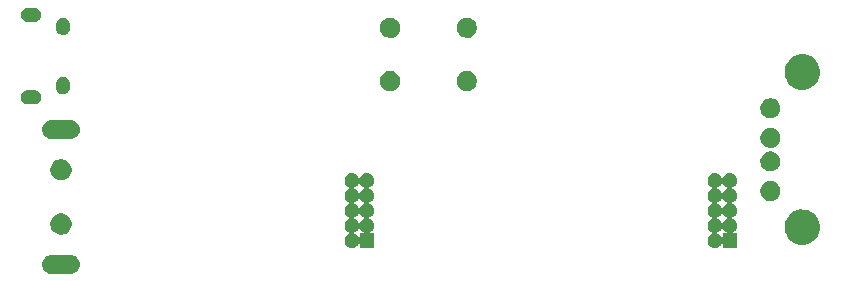
<source format=gbs>
G04 #@! TF.FileFunction,Soldermask,Bot*
%FSLAX46Y46*%
G04 Gerber Fmt 4.6, Leading zero omitted, Abs format (unit mm)*
G04 Created by KiCad (PCBNEW (2015-10-16 BZR 6271)-product) date Sun 01 Nov 2015 17:02:17 NZDT*
%MOMM*%
G01*
G04 APERTURE LIST*
%ADD10C,0.100000*%
G04 APERTURE END LIST*
D10*
G36*
X5131668Y3608959D02*
X5136912Y3608922D01*
X5292071Y3591518D01*
X5440896Y3544308D01*
X5577716Y3469091D01*
X5697320Y3368731D01*
X5795153Y3247051D01*
X5867489Y3108685D01*
X5911572Y2958905D01*
X5911576Y2958866D01*
X5911578Y2958858D01*
X5925725Y2803417D01*
X5909410Y2648186D01*
X5909406Y2648172D01*
X5909402Y2648138D01*
X5863233Y2498988D01*
X5788972Y2361646D01*
X5689449Y2241343D01*
X5568455Y2142663D01*
X5430598Y2069363D01*
X5281129Y2024236D01*
X5125742Y2009000D01*
X3510223Y2009000D01*
X3504332Y2009041D01*
X3499088Y2009078D01*
X3343929Y2026482D01*
X3195104Y2073692D01*
X3058284Y2148909D01*
X2938680Y2249269D01*
X2840847Y2370949D01*
X2768511Y2509315D01*
X2724428Y2659095D01*
X2724424Y2659134D01*
X2724422Y2659142D01*
X2710275Y2814583D01*
X2726590Y2969814D01*
X2726594Y2969828D01*
X2726598Y2969862D01*
X2772767Y3119012D01*
X2847028Y3256354D01*
X2946551Y3376657D01*
X3067545Y3475337D01*
X3205402Y3548637D01*
X3354871Y3593764D01*
X3510258Y3609000D01*
X5125777Y3609000D01*
X5131668Y3608959D01*
X5131668Y3608959D01*
G37*
G36*
X30291646Y10530585D02*
X30411714Y10505939D01*
X30524703Y10458443D01*
X30626318Y10389903D01*
X30712686Y10302929D01*
X30780516Y10200838D01*
X30827220Y10087523D01*
X30850961Y9967628D01*
X30850961Y9967618D01*
X30851027Y9967284D01*
X30849072Y9827288D01*
X30848996Y9826954D01*
X30848996Y9826943D01*
X30821919Y9707765D01*
X30772066Y9595792D01*
X30701414Y9495636D01*
X30612648Y9411106D01*
X30509165Y9345433D01*
X30438387Y9317981D01*
X30426116Y9311099D01*
X30416248Y9301070D01*
X30409565Y9288689D01*
X30406596Y9274936D01*
X30407575Y9260901D01*
X30412426Y9247694D01*
X30420765Y9236361D01*
X30437092Y9225272D01*
X30524703Y9188443D01*
X30626318Y9119903D01*
X30712686Y9032929D01*
X30780516Y8930838D01*
X30827220Y8817523D01*
X30850961Y8697628D01*
X30850961Y8697618D01*
X30851027Y8697284D01*
X30849072Y8557288D01*
X30848996Y8556954D01*
X30848996Y8556943D01*
X30821919Y8437765D01*
X30772066Y8325792D01*
X30701414Y8225636D01*
X30612648Y8141106D01*
X30509165Y8075433D01*
X30438387Y8047981D01*
X30426116Y8041099D01*
X30416248Y8031070D01*
X30409565Y8018689D01*
X30406596Y8004936D01*
X30407575Y7990901D01*
X30412426Y7977694D01*
X30420765Y7966361D01*
X30437092Y7955272D01*
X30524703Y7918443D01*
X30626318Y7849903D01*
X30712686Y7762929D01*
X30780516Y7660838D01*
X30827220Y7547523D01*
X30850961Y7427628D01*
X30850961Y7427618D01*
X30851027Y7427284D01*
X30849072Y7287288D01*
X30848996Y7286954D01*
X30848996Y7286943D01*
X30821919Y7167765D01*
X30772066Y7055792D01*
X30701414Y6955636D01*
X30612648Y6871106D01*
X30509165Y6805433D01*
X30438387Y6777981D01*
X30426116Y6771099D01*
X30416248Y6761070D01*
X30409565Y6748689D01*
X30406596Y6734936D01*
X30407575Y6720901D01*
X30412426Y6707694D01*
X30420765Y6696361D01*
X30437092Y6685272D01*
X30524703Y6648443D01*
X30626318Y6579903D01*
X30712686Y6492929D01*
X30780516Y6390838D01*
X30827220Y6277523D01*
X30850961Y6157628D01*
X30850961Y6157618D01*
X30851027Y6157284D01*
X30849072Y6017288D01*
X30848996Y6016954D01*
X30848996Y6016943D01*
X30821919Y5897765D01*
X30772066Y5785792D01*
X30701414Y5685636D01*
X30612648Y5601106D01*
X30521429Y5543216D01*
X30510728Y5534081D01*
X30502996Y5522326D01*
X30498845Y5508883D01*
X30498604Y5494815D01*
X30502291Y5481238D01*
X30509615Y5469225D01*
X30519996Y5459728D01*
X30532612Y5453499D01*
X30548220Y5451000D01*
X30851000Y5451000D01*
X30851000Y4201000D01*
X29601000Y4201000D01*
X29601000Y4502770D01*
X29599020Y4516700D01*
X29593239Y4529526D01*
X29584112Y4540234D01*
X29572364Y4547976D01*
X29558924Y4552138D01*
X29544857Y4552391D01*
X29531276Y4548715D01*
X29519257Y4541401D01*
X29509751Y4531028D01*
X29505323Y4523107D01*
X29502066Y4515792D01*
X29431414Y4415636D01*
X29342648Y4331106D01*
X29239164Y4265433D01*
X29124889Y4221109D01*
X29004183Y4199825D01*
X28881642Y4202391D01*
X28761925Y4228713D01*
X28649612Y4277781D01*
X28548963Y4347734D01*
X28463818Y4435905D01*
X28397424Y4538928D01*
X28352303Y4652891D01*
X28330176Y4773451D01*
X28331888Y4896007D01*
X28357370Y5015894D01*
X28405657Y5128554D01*
X28474904Y5229687D01*
X28562478Y5315446D01*
X28665038Y5382560D01*
X28743219Y5414147D01*
X28755393Y5421200D01*
X28765120Y5431366D01*
X28771629Y5443839D01*
X28774406Y5457632D01*
X28773794Y5464936D01*
X29136596Y5464936D01*
X29137575Y5450901D01*
X29142426Y5437694D01*
X29150765Y5426361D01*
X29167092Y5415272D01*
X29254703Y5378443D01*
X29356318Y5309903D01*
X29442686Y5222929D01*
X29509354Y5122586D01*
X29518711Y5112080D01*
X29530625Y5104596D01*
X29544153Y5100727D01*
X29558222Y5100780D01*
X29571720Y5104751D01*
X29583577Y5112325D01*
X29592854Y5122903D01*
X29598818Y5135646D01*
X29601000Y5150256D01*
X29601000Y5451000D01*
X29901801Y5451000D01*
X29915731Y5452980D01*
X29928557Y5458761D01*
X29939265Y5467888D01*
X29947007Y5479636D01*
X29951169Y5493076D01*
X29951422Y5507143D01*
X29947746Y5520724D01*
X29940432Y5532743D01*
X29930059Y5542249D01*
X29921818Y5546819D01*
X29919608Y5547784D01*
X29818963Y5617734D01*
X29733818Y5705905D01*
X29667424Y5808928D01*
X29638226Y5882674D01*
X29631257Y5894897D01*
X29621160Y5904695D01*
X29608732Y5911291D01*
X29594959Y5914164D01*
X29580931Y5913086D01*
X29567758Y5908143D01*
X29556484Y5899726D01*
X29546060Y5884605D01*
X29502066Y5785792D01*
X29431414Y5685636D01*
X29342648Y5601106D01*
X29239165Y5535433D01*
X29168387Y5507981D01*
X29156116Y5501099D01*
X29146248Y5491070D01*
X29139565Y5478689D01*
X29136596Y5464936D01*
X28773794Y5464936D01*
X28773231Y5471653D01*
X28768196Y5484790D01*
X28759700Y5496005D01*
X28744506Y5506324D01*
X28649612Y5547782D01*
X28548963Y5617734D01*
X28463818Y5705905D01*
X28397424Y5808928D01*
X28352303Y5922891D01*
X28330176Y6043451D01*
X28331888Y6166007D01*
X28357370Y6285894D01*
X28405657Y6398554D01*
X28474904Y6499687D01*
X28562478Y6585446D01*
X28665038Y6652560D01*
X28743219Y6684147D01*
X28755393Y6691200D01*
X28765120Y6701366D01*
X28771629Y6713839D01*
X28774406Y6727632D01*
X28773794Y6734936D01*
X29136596Y6734936D01*
X29137575Y6720901D01*
X29142426Y6707694D01*
X29150765Y6696361D01*
X29167092Y6685272D01*
X29254703Y6648443D01*
X29356318Y6579903D01*
X29442686Y6492929D01*
X29510515Y6390839D01*
X29544525Y6308325D01*
X29551663Y6296201D01*
X29561897Y6286546D01*
X29574415Y6280123D01*
X29588227Y6277443D01*
X29602239Y6278716D01*
X29615341Y6283843D01*
X29626496Y6292417D01*
X29636709Y6307682D01*
X29675657Y6398554D01*
X29744904Y6499687D01*
X29832478Y6585446D01*
X29935038Y6652560D01*
X30013219Y6684147D01*
X30025393Y6691200D01*
X30035120Y6701366D01*
X30041629Y6713839D01*
X30044406Y6727632D01*
X30043231Y6741653D01*
X30038196Y6754790D01*
X30029700Y6766005D01*
X30014506Y6776324D01*
X29919612Y6817782D01*
X29818963Y6887734D01*
X29733818Y6975905D01*
X29667424Y7078928D01*
X29638226Y7152674D01*
X29631257Y7164897D01*
X29621160Y7174695D01*
X29608732Y7181291D01*
X29594959Y7184164D01*
X29580931Y7183086D01*
X29567758Y7178143D01*
X29556484Y7169726D01*
X29546060Y7154605D01*
X29502066Y7055792D01*
X29431414Y6955636D01*
X29342648Y6871106D01*
X29239165Y6805433D01*
X29168387Y6777981D01*
X29156116Y6771099D01*
X29146248Y6761070D01*
X29139565Y6748689D01*
X29136596Y6734936D01*
X28773794Y6734936D01*
X28773231Y6741653D01*
X28768196Y6754790D01*
X28759700Y6766005D01*
X28744506Y6776324D01*
X28649612Y6817782D01*
X28548963Y6887734D01*
X28463818Y6975905D01*
X28397424Y7078928D01*
X28352303Y7192891D01*
X28330176Y7313451D01*
X28331888Y7436007D01*
X28357370Y7555894D01*
X28405657Y7668554D01*
X28474904Y7769687D01*
X28562478Y7855446D01*
X28665038Y7922560D01*
X28743219Y7954147D01*
X28755393Y7961200D01*
X28765120Y7971366D01*
X28771629Y7983839D01*
X28774406Y7997632D01*
X28773794Y8004936D01*
X29136596Y8004936D01*
X29137575Y7990901D01*
X29142426Y7977694D01*
X29150765Y7966361D01*
X29167092Y7955272D01*
X29254703Y7918443D01*
X29356318Y7849903D01*
X29442686Y7762929D01*
X29510515Y7660839D01*
X29544525Y7578325D01*
X29551663Y7566201D01*
X29561897Y7556546D01*
X29574415Y7550123D01*
X29588227Y7547443D01*
X29602239Y7548716D01*
X29615341Y7553843D01*
X29626496Y7562417D01*
X29636709Y7577682D01*
X29675657Y7668554D01*
X29744904Y7769687D01*
X29832478Y7855446D01*
X29935038Y7922560D01*
X30013219Y7954147D01*
X30025393Y7961200D01*
X30035120Y7971366D01*
X30041629Y7983839D01*
X30044406Y7997632D01*
X30043231Y8011653D01*
X30038196Y8024790D01*
X30029700Y8036005D01*
X30014506Y8046324D01*
X29919612Y8087782D01*
X29818963Y8157734D01*
X29733818Y8245905D01*
X29667424Y8348928D01*
X29638226Y8422674D01*
X29631257Y8434897D01*
X29621160Y8444695D01*
X29608732Y8451291D01*
X29594959Y8454164D01*
X29580931Y8453086D01*
X29567758Y8448143D01*
X29556484Y8439726D01*
X29546060Y8424605D01*
X29502066Y8325792D01*
X29431414Y8225636D01*
X29342648Y8141106D01*
X29239165Y8075433D01*
X29168387Y8047981D01*
X29156116Y8041099D01*
X29146248Y8031070D01*
X29139565Y8018689D01*
X29136596Y8004936D01*
X28773794Y8004936D01*
X28773231Y8011653D01*
X28768196Y8024790D01*
X28759700Y8036005D01*
X28744506Y8046324D01*
X28649612Y8087782D01*
X28548963Y8157734D01*
X28463818Y8245905D01*
X28397424Y8348928D01*
X28352303Y8462891D01*
X28330176Y8583451D01*
X28331888Y8706007D01*
X28357370Y8825894D01*
X28405657Y8938554D01*
X28474904Y9039687D01*
X28562478Y9125446D01*
X28665038Y9192560D01*
X28743219Y9224147D01*
X28755393Y9231200D01*
X28765120Y9241366D01*
X28771629Y9253839D01*
X28774406Y9267632D01*
X28773794Y9274936D01*
X29136596Y9274936D01*
X29137575Y9260901D01*
X29142426Y9247694D01*
X29150765Y9236361D01*
X29167092Y9225272D01*
X29254703Y9188443D01*
X29356318Y9119903D01*
X29442686Y9032929D01*
X29510515Y8930839D01*
X29544525Y8848325D01*
X29551663Y8836201D01*
X29561897Y8826546D01*
X29574415Y8820123D01*
X29588227Y8817443D01*
X29602239Y8818716D01*
X29615341Y8823843D01*
X29626496Y8832417D01*
X29636709Y8847682D01*
X29675657Y8938554D01*
X29744904Y9039687D01*
X29832478Y9125446D01*
X29935038Y9192560D01*
X30013219Y9224147D01*
X30025393Y9231200D01*
X30035120Y9241366D01*
X30041629Y9253839D01*
X30044406Y9267632D01*
X30043231Y9281653D01*
X30038196Y9294790D01*
X30029700Y9306005D01*
X30014506Y9316324D01*
X29919612Y9357782D01*
X29818963Y9427734D01*
X29733818Y9515905D01*
X29667424Y9618928D01*
X29638226Y9692674D01*
X29631257Y9704897D01*
X29621160Y9714695D01*
X29608732Y9721291D01*
X29594959Y9724164D01*
X29580931Y9723086D01*
X29567758Y9718143D01*
X29556484Y9709726D01*
X29546060Y9694605D01*
X29502066Y9595792D01*
X29431414Y9495636D01*
X29342648Y9411106D01*
X29239165Y9345433D01*
X29168387Y9317981D01*
X29156116Y9311099D01*
X29146248Y9301070D01*
X29139565Y9288689D01*
X29136596Y9274936D01*
X28773794Y9274936D01*
X28773231Y9281653D01*
X28768196Y9294790D01*
X28759700Y9306005D01*
X28744506Y9316324D01*
X28649612Y9357782D01*
X28548963Y9427734D01*
X28463818Y9515905D01*
X28397424Y9618928D01*
X28352303Y9732891D01*
X28330176Y9853451D01*
X28331888Y9976007D01*
X28357370Y10095894D01*
X28405657Y10208554D01*
X28474904Y10309687D01*
X28562478Y10395446D01*
X28665038Y10462560D01*
X28778682Y10508475D01*
X28899077Y10531442D01*
X29021646Y10530585D01*
X29141714Y10505939D01*
X29254703Y10458443D01*
X29356318Y10389903D01*
X29442686Y10302929D01*
X29510515Y10200839D01*
X29544525Y10118325D01*
X29551663Y10106201D01*
X29561897Y10096546D01*
X29574415Y10090123D01*
X29588227Y10087443D01*
X29602239Y10088716D01*
X29615341Y10093843D01*
X29626496Y10102417D01*
X29636709Y10117682D01*
X29675657Y10208554D01*
X29744904Y10309687D01*
X29832478Y10395446D01*
X29935038Y10462560D01*
X30048682Y10508475D01*
X30169077Y10531442D01*
X30291646Y10530585D01*
X30291646Y10530585D01*
G37*
G36*
X61025646Y10530585D02*
X61145714Y10505939D01*
X61258703Y10458443D01*
X61360318Y10389903D01*
X61446686Y10302929D01*
X61514516Y10200838D01*
X61561220Y10087523D01*
X61584961Y9967628D01*
X61584961Y9967618D01*
X61585027Y9967284D01*
X61583072Y9827288D01*
X61582996Y9826954D01*
X61582996Y9826943D01*
X61555919Y9707765D01*
X61506066Y9595792D01*
X61435414Y9495636D01*
X61346648Y9411106D01*
X61243165Y9345433D01*
X61172387Y9317981D01*
X61160116Y9311099D01*
X61150248Y9301070D01*
X61143565Y9288689D01*
X61140596Y9274936D01*
X61141575Y9260901D01*
X61146426Y9247694D01*
X61154765Y9236361D01*
X61171092Y9225272D01*
X61258703Y9188443D01*
X61360318Y9119903D01*
X61446686Y9032929D01*
X61514516Y8930838D01*
X61561220Y8817523D01*
X61584961Y8697628D01*
X61584961Y8697618D01*
X61585027Y8697284D01*
X61583072Y8557288D01*
X61582996Y8556954D01*
X61582996Y8556943D01*
X61555919Y8437765D01*
X61506066Y8325792D01*
X61435414Y8225636D01*
X61346648Y8141106D01*
X61243165Y8075433D01*
X61172387Y8047981D01*
X61160116Y8041099D01*
X61150248Y8031070D01*
X61143565Y8018689D01*
X61140596Y8004936D01*
X61141575Y7990901D01*
X61146426Y7977694D01*
X61154765Y7966361D01*
X61171092Y7955272D01*
X61258703Y7918443D01*
X61360318Y7849903D01*
X61446686Y7762929D01*
X61514516Y7660838D01*
X61561220Y7547523D01*
X61584961Y7427628D01*
X61584961Y7427618D01*
X61585027Y7427284D01*
X61583072Y7287288D01*
X61582996Y7286954D01*
X61582996Y7286943D01*
X61555919Y7167765D01*
X61506066Y7055792D01*
X61435414Y6955636D01*
X61346648Y6871106D01*
X61243165Y6805433D01*
X61172387Y6777981D01*
X61160116Y6771099D01*
X61150248Y6761070D01*
X61143565Y6748689D01*
X61140596Y6734936D01*
X61141575Y6720901D01*
X61146426Y6707694D01*
X61154765Y6696361D01*
X61171092Y6685272D01*
X61258703Y6648443D01*
X61360318Y6579903D01*
X61446686Y6492929D01*
X61514516Y6390838D01*
X61561220Y6277523D01*
X61584961Y6157628D01*
X61584961Y6157618D01*
X61585027Y6157284D01*
X61583072Y6017288D01*
X61582996Y6016954D01*
X61582996Y6016943D01*
X61555919Y5897765D01*
X61506066Y5785792D01*
X61435414Y5685636D01*
X61346648Y5601106D01*
X61255429Y5543216D01*
X61244728Y5534081D01*
X61236996Y5522326D01*
X61232845Y5508883D01*
X61232604Y5494815D01*
X61236291Y5481238D01*
X61243615Y5469225D01*
X61253996Y5459728D01*
X61266612Y5453499D01*
X61282220Y5451000D01*
X61585000Y5451000D01*
X61585000Y4201000D01*
X60335000Y4201000D01*
X60335000Y4502770D01*
X60333020Y4516700D01*
X60327239Y4529526D01*
X60318112Y4540234D01*
X60306364Y4547976D01*
X60292924Y4552138D01*
X60278857Y4552391D01*
X60265276Y4548715D01*
X60253257Y4541401D01*
X60243751Y4531028D01*
X60239323Y4523107D01*
X60236066Y4515792D01*
X60165414Y4415636D01*
X60076648Y4331106D01*
X59973164Y4265433D01*
X59858889Y4221109D01*
X59738183Y4199825D01*
X59615642Y4202391D01*
X59495925Y4228713D01*
X59383612Y4277781D01*
X59282963Y4347734D01*
X59197818Y4435905D01*
X59131424Y4538928D01*
X59086303Y4652891D01*
X59064176Y4773451D01*
X59065888Y4896007D01*
X59091370Y5015894D01*
X59139657Y5128554D01*
X59208904Y5229687D01*
X59296478Y5315446D01*
X59399038Y5382560D01*
X59477219Y5414147D01*
X59489393Y5421200D01*
X59499120Y5431366D01*
X59505629Y5443839D01*
X59508406Y5457632D01*
X59507794Y5464936D01*
X59870596Y5464936D01*
X59871575Y5450901D01*
X59876426Y5437694D01*
X59884765Y5426361D01*
X59901092Y5415272D01*
X59988703Y5378443D01*
X60090318Y5309903D01*
X60176686Y5222929D01*
X60243354Y5122586D01*
X60252711Y5112080D01*
X60264625Y5104596D01*
X60278153Y5100727D01*
X60292222Y5100780D01*
X60305720Y5104751D01*
X60317577Y5112325D01*
X60326854Y5122903D01*
X60332818Y5135646D01*
X60335000Y5150256D01*
X60335000Y5451000D01*
X60635801Y5451000D01*
X60649731Y5452980D01*
X60662557Y5458761D01*
X60673265Y5467888D01*
X60681007Y5479636D01*
X60685169Y5493076D01*
X60685422Y5507143D01*
X60681746Y5520724D01*
X60674432Y5532743D01*
X60664059Y5542249D01*
X60655818Y5546819D01*
X60653608Y5547784D01*
X60552963Y5617734D01*
X60467818Y5705905D01*
X60401424Y5808928D01*
X60372226Y5882674D01*
X60365257Y5894897D01*
X60355160Y5904695D01*
X60342732Y5911291D01*
X60328959Y5914164D01*
X60314931Y5913086D01*
X60301758Y5908143D01*
X60290484Y5899726D01*
X60280060Y5884605D01*
X60236066Y5785792D01*
X60165414Y5685636D01*
X60076648Y5601106D01*
X59973165Y5535433D01*
X59902387Y5507981D01*
X59890116Y5501099D01*
X59880248Y5491070D01*
X59873565Y5478689D01*
X59870596Y5464936D01*
X59507794Y5464936D01*
X59507231Y5471653D01*
X59502196Y5484790D01*
X59493700Y5496005D01*
X59478506Y5506324D01*
X59383612Y5547782D01*
X59282963Y5617734D01*
X59197818Y5705905D01*
X59131424Y5808928D01*
X59086303Y5922891D01*
X59064176Y6043451D01*
X59065888Y6166007D01*
X59091370Y6285894D01*
X59139657Y6398554D01*
X59208904Y6499687D01*
X59296478Y6585446D01*
X59399038Y6652560D01*
X59477219Y6684147D01*
X59489393Y6691200D01*
X59499120Y6701366D01*
X59505629Y6713839D01*
X59508406Y6727632D01*
X59507794Y6734936D01*
X59870596Y6734936D01*
X59871575Y6720901D01*
X59876426Y6707694D01*
X59884765Y6696361D01*
X59901092Y6685272D01*
X59988703Y6648443D01*
X60090318Y6579903D01*
X60176686Y6492929D01*
X60244515Y6390839D01*
X60278525Y6308325D01*
X60285663Y6296201D01*
X60295897Y6286546D01*
X60308415Y6280123D01*
X60322227Y6277443D01*
X60336239Y6278716D01*
X60349341Y6283843D01*
X60360496Y6292417D01*
X60370709Y6307682D01*
X60409657Y6398554D01*
X60478904Y6499687D01*
X60566478Y6585446D01*
X60669038Y6652560D01*
X60747219Y6684147D01*
X60759393Y6691200D01*
X60769120Y6701366D01*
X60775629Y6713839D01*
X60778406Y6727632D01*
X60777231Y6741653D01*
X60772196Y6754790D01*
X60763700Y6766005D01*
X60748506Y6776324D01*
X60653612Y6817782D01*
X60552963Y6887734D01*
X60467818Y6975905D01*
X60401424Y7078928D01*
X60372226Y7152674D01*
X60365257Y7164897D01*
X60355160Y7174695D01*
X60342732Y7181291D01*
X60328959Y7184164D01*
X60314931Y7183086D01*
X60301758Y7178143D01*
X60290484Y7169726D01*
X60280060Y7154605D01*
X60236066Y7055792D01*
X60165414Y6955636D01*
X60076648Y6871106D01*
X59973165Y6805433D01*
X59902387Y6777981D01*
X59890116Y6771099D01*
X59880248Y6761070D01*
X59873565Y6748689D01*
X59870596Y6734936D01*
X59507794Y6734936D01*
X59507231Y6741653D01*
X59502196Y6754790D01*
X59493700Y6766005D01*
X59478506Y6776324D01*
X59383612Y6817782D01*
X59282963Y6887734D01*
X59197818Y6975905D01*
X59131424Y7078928D01*
X59086303Y7192891D01*
X59064176Y7313451D01*
X59065888Y7436007D01*
X59091370Y7555894D01*
X59139657Y7668554D01*
X59208904Y7769687D01*
X59296478Y7855446D01*
X59399038Y7922560D01*
X59477219Y7954147D01*
X59489393Y7961200D01*
X59499120Y7971366D01*
X59505629Y7983839D01*
X59508406Y7997632D01*
X59507794Y8004936D01*
X59870596Y8004936D01*
X59871575Y7990901D01*
X59876426Y7977694D01*
X59884765Y7966361D01*
X59901092Y7955272D01*
X59988703Y7918443D01*
X60090318Y7849903D01*
X60176686Y7762929D01*
X60244515Y7660839D01*
X60278525Y7578325D01*
X60285663Y7566201D01*
X60295897Y7556546D01*
X60308415Y7550123D01*
X60322227Y7547443D01*
X60336239Y7548716D01*
X60349341Y7553843D01*
X60360496Y7562417D01*
X60370709Y7577682D01*
X60409657Y7668554D01*
X60478904Y7769687D01*
X60566478Y7855446D01*
X60669038Y7922560D01*
X60747219Y7954147D01*
X60759393Y7961200D01*
X60769120Y7971366D01*
X60775629Y7983839D01*
X60778406Y7997632D01*
X60777231Y8011653D01*
X60772196Y8024790D01*
X60763700Y8036005D01*
X60748506Y8046324D01*
X60653612Y8087782D01*
X60552963Y8157734D01*
X60467818Y8245905D01*
X60401424Y8348928D01*
X60372226Y8422674D01*
X60365257Y8434897D01*
X60355160Y8444695D01*
X60342732Y8451291D01*
X60328959Y8454164D01*
X60314931Y8453086D01*
X60301758Y8448143D01*
X60290484Y8439726D01*
X60280060Y8424605D01*
X60236066Y8325792D01*
X60165414Y8225636D01*
X60076648Y8141106D01*
X59973165Y8075433D01*
X59902387Y8047981D01*
X59890116Y8041099D01*
X59880248Y8031070D01*
X59873565Y8018689D01*
X59870596Y8004936D01*
X59507794Y8004936D01*
X59507231Y8011653D01*
X59502196Y8024790D01*
X59493700Y8036005D01*
X59478506Y8046324D01*
X59383612Y8087782D01*
X59282963Y8157734D01*
X59197818Y8245905D01*
X59131424Y8348928D01*
X59086303Y8462891D01*
X59064176Y8583451D01*
X59065888Y8706007D01*
X59091370Y8825894D01*
X59139657Y8938554D01*
X59208904Y9039687D01*
X59296478Y9125446D01*
X59399038Y9192560D01*
X59477219Y9224147D01*
X59489393Y9231200D01*
X59499120Y9241366D01*
X59505629Y9253839D01*
X59508406Y9267632D01*
X59507794Y9274936D01*
X59870596Y9274936D01*
X59871575Y9260901D01*
X59876426Y9247694D01*
X59884765Y9236361D01*
X59901092Y9225272D01*
X59988703Y9188443D01*
X60090318Y9119903D01*
X60176686Y9032929D01*
X60244515Y8930839D01*
X60278525Y8848325D01*
X60285663Y8836201D01*
X60295897Y8826546D01*
X60308415Y8820123D01*
X60322227Y8817443D01*
X60336239Y8818716D01*
X60349341Y8823843D01*
X60360496Y8832417D01*
X60370709Y8847682D01*
X60409657Y8938554D01*
X60478904Y9039687D01*
X60566478Y9125446D01*
X60669038Y9192560D01*
X60747219Y9224147D01*
X60759393Y9231200D01*
X60769120Y9241366D01*
X60775629Y9253839D01*
X60778406Y9267632D01*
X60777231Y9281653D01*
X60772196Y9294790D01*
X60763700Y9306005D01*
X60748506Y9316324D01*
X60653612Y9357782D01*
X60552963Y9427734D01*
X60467818Y9515905D01*
X60401424Y9618928D01*
X60372226Y9692674D01*
X60365257Y9704897D01*
X60355160Y9714695D01*
X60342732Y9721291D01*
X60328959Y9724164D01*
X60314931Y9723086D01*
X60301758Y9718143D01*
X60290484Y9709726D01*
X60280060Y9694605D01*
X60236066Y9595792D01*
X60165414Y9495636D01*
X60076648Y9411106D01*
X59973165Y9345433D01*
X59902387Y9317981D01*
X59890116Y9311099D01*
X59880248Y9301070D01*
X59873565Y9288689D01*
X59870596Y9274936D01*
X59507794Y9274936D01*
X59507231Y9281653D01*
X59502196Y9294790D01*
X59493700Y9306005D01*
X59478506Y9316324D01*
X59383612Y9357782D01*
X59282963Y9427734D01*
X59197818Y9515905D01*
X59131424Y9618928D01*
X59086303Y9732891D01*
X59064176Y9853451D01*
X59065888Y9976007D01*
X59091370Y10095894D01*
X59139657Y10208554D01*
X59208904Y10309687D01*
X59296478Y10395446D01*
X59399038Y10462560D01*
X59512682Y10508475D01*
X59633077Y10531442D01*
X59755646Y10530585D01*
X59875714Y10505939D01*
X59988703Y10458443D01*
X60090318Y10389903D01*
X60176686Y10302929D01*
X60244515Y10200839D01*
X60278525Y10118325D01*
X60285663Y10106201D01*
X60295897Y10096546D01*
X60308415Y10090123D01*
X60322227Y10087443D01*
X60336239Y10088716D01*
X60349341Y10093843D01*
X60360496Y10102417D01*
X60370709Y10117682D01*
X60409657Y10208554D01*
X60478904Y10309687D01*
X60566478Y10395446D01*
X60669038Y10462560D01*
X60782682Y10508475D01*
X60903077Y10531442D01*
X61025646Y10530585D01*
X61025646Y10530585D01*
G37*
G36*
X67256551Y7446003D02*
X67544710Y7386852D01*
X67815888Y7272860D01*
X68059766Y7108362D01*
X68267042Y6899634D01*
X68429834Y6654613D01*
X68541928Y6382650D01*
X68598999Y6094426D01*
X68598999Y6094412D01*
X68599064Y6094083D01*
X68594373Y5758090D01*
X68594297Y5757756D01*
X68594297Y5757745D01*
X68529203Y5471236D01*
X68409554Y5202500D01*
X68239992Y4962128D01*
X68026959Y4759260D01*
X67778591Y4601642D01*
X67504332Y4495262D01*
X67214638Y4444182D01*
X66920537Y4450342D01*
X66633229Y4513511D01*
X66363672Y4631278D01*
X66122112Y4799166D01*
X65917768Y5010770D01*
X65758419Y5258032D01*
X65650129Y5531541D01*
X65597025Y5820879D01*
X65601133Y6115014D01*
X65662293Y6402748D01*
X65778178Y6673128D01*
X65944372Y6915848D01*
X66154547Y7121667D01*
X66400692Y7282740D01*
X66673438Y7392937D01*
X66962390Y7448057D01*
X67256551Y7446003D01*
X67256551Y7446003D01*
G37*
G36*
X4412531Y7108403D02*
X4585427Y7072912D01*
X4748132Y7004517D01*
X4894458Y6905820D01*
X5018828Y6780578D01*
X5116502Y6633567D01*
X5183757Y6470392D01*
X5217973Y6297593D01*
X5217973Y6297584D01*
X5218039Y6297250D01*
X5215224Y6095654D01*
X5215148Y6095320D01*
X5215148Y6095309D01*
X5176123Y5923541D01*
X5104334Y5762301D01*
X5002592Y5618073D01*
X4874778Y5496356D01*
X4725755Y5401784D01*
X4561199Y5337957D01*
X4387383Y5307308D01*
X4210923Y5311004D01*
X4038536Y5348906D01*
X3876800Y5419567D01*
X3731869Y5520297D01*
X3609260Y5647262D01*
X3513651Y5795618D01*
X3448676Y5959723D01*
X3416814Y6133328D01*
X3419279Y6309809D01*
X3455974Y6482448D01*
X3525506Y6644678D01*
X3625222Y6790309D01*
X3751328Y6913802D01*
X3899015Y7010445D01*
X4062663Y7076563D01*
X4236032Y7109635D01*
X4412531Y7108403D01*
X4412531Y7108403D01*
G37*
G36*
X64478339Y9867005D02*
X64641739Y9833463D01*
X64795508Y9768825D01*
X64933797Y9675548D01*
X65051336Y9557185D01*
X65143645Y9418250D01*
X65207208Y9264034D01*
X65239540Y9100746D01*
X65239540Y9100742D01*
X65239607Y9100403D01*
X65236947Y8909879D01*
X65228088Y8870888D01*
X65199992Y8747216D01*
X65132146Y8594835D01*
X65035995Y8458531D01*
X64915195Y8343495D01*
X64774360Y8254119D01*
X64618842Y8193796D01*
X64454573Y8164832D01*
X64287804Y8168325D01*
X64124885Y8204145D01*
X63972036Y8270923D01*
X63835058Y8366125D01*
X63719188Y8486113D01*
X63628827Y8626324D01*
X63567422Y8781414D01*
X63537310Y8945485D01*
X63539640Y9112273D01*
X63574319Y9275429D01*
X63640032Y9428749D01*
X63734272Y9566382D01*
X63853451Y9683092D01*
X63993027Y9774428D01*
X64147687Y9836914D01*
X64311534Y9868170D01*
X64478339Y9867005D01*
X64478339Y9867005D01*
G37*
G36*
X4412531Y11708403D02*
X4585427Y11672912D01*
X4748132Y11604517D01*
X4894458Y11505820D01*
X5018828Y11380578D01*
X5116502Y11233567D01*
X5183757Y11070392D01*
X5217973Y10897593D01*
X5217973Y10897584D01*
X5218039Y10897250D01*
X5215224Y10695654D01*
X5215148Y10695320D01*
X5215148Y10695309D01*
X5176123Y10523541D01*
X5104334Y10362301D01*
X5002592Y10218073D01*
X4874778Y10096356D01*
X4725755Y10001784D01*
X4561199Y9937957D01*
X4387383Y9907308D01*
X4210923Y9911004D01*
X4038536Y9948906D01*
X3876800Y10019567D01*
X3731869Y10120297D01*
X3609260Y10247262D01*
X3513651Y10395618D01*
X3448676Y10559723D01*
X3416814Y10733328D01*
X3419279Y10909809D01*
X3455974Y11082448D01*
X3525506Y11244678D01*
X3625222Y11390309D01*
X3751328Y11513802D01*
X3899015Y11610445D01*
X4062663Y11676563D01*
X4236032Y11709635D01*
X4412531Y11708403D01*
X4412531Y11708403D01*
G37*
G36*
X64478339Y12367005D02*
X64641739Y12333463D01*
X64795508Y12268825D01*
X64933797Y12175548D01*
X65051336Y12057185D01*
X65143645Y11918250D01*
X65207208Y11764034D01*
X65239540Y11600746D01*
X65239540Y11600742D01*
X65239607Y11600403D01*
X65236947Y11409879D01*
X65230290Y11380579D01*
X65199992Y11247216D01*
X65132146Y11094835D01*
X65035995Y10958531D01*
X64915195Y10843495D01*
X64774360Y10754119D01*
X64618842Y10693796D01*
X64454573Y10664832D01*
X64287804Y10668325D01*
X64124885Y10704145D01*
X63972036Y10770923D01*
X63835058Y10866125D01*
X63719188Y10986113D01*
X63628827Y11126324D01*
X63567422Y11281414D01*
X63537310Y11445485D01*
X63539640Y11612273D01*
X63574319Y11775429D01*
X63640032Y11928749D01*
X63734272Y12066382D01*
X63853451Y12183092D01*
X63993027Y12274428D01*
X64147687Y12336914D01*
X64311534Y12368170D01*
X64478339Y12367005D01*
X64478339Y12367005D01*
G37*
G36*
X64478339Y14367005D02*
X64641739Y14333463D01*
X64795508Y14268825D01*
X64933797Y14175548D01*
X65051336Y14057185D01*
X65143645Y13918250D01*
X65207208Y13764034D01*
X65239540Y13600746D01*
X65239540Y13600742D01*
X65239607Y13600403D01*
X65236947Y13409879D01*
X65236747Y13409000D01*
X65199992Y13247216D01*
X65132146Y13094835D01*
X65035995Y12958531D01*
X64915195Y12843495D01*
X64774360Y12754119D01*
X64618842Y12693796D01*
X64454573Y12664832D01*
X64287804Y12668325D01*
X64124885Y12704145D01*
X63972036Y12770923D01*
X63835058Y12866125D01*
X63719188Y12986113D01*
X63628827Y13126324D01*
X63567422Y13281414D01*
X63537310Y13445485D01*
X63539640Y13612273D01*
X63574319Y13775429D01*
X63640032Y13928749D01*
X63734272Y14066382D01*
X63853451Y14183092D01*
X63993027Y14274428D01*
X64147687Y14336914D01*
X64311534Y14368170D01*
X64478339Y14367005D01*
X64478339Y14367005D01*
G37*
G36*
X5131668Y15008959D02*
X5136912Y15008922D01*
X5292071Y14991518D01*
X5440896Y14944308D01*
X5577716Y14869091D01*
X5697320Y14768731D01*
X5795153Y14647051D01*
X5867489Y14508685D01*
X5911572Y14358905D01*
X5911576Y14358866D01*
X5911578Y14358858D01*
X5925725Y14203417D01*
X5909410Y14048186D01*
X5909406Y14048172D01*
X5909402Y14048138D01*
X5863233Y13898988D01*
X5788972Y13761646D01*
X5689449Y13641343D01*
X5568455Y13542663D01*
X5430598Y13469363D01*
X5281129Y13424236D01*
X5125742Y13409000D01*
X3510223Y13409000D01*
X3504332Y13409041D01*
X3499088Y13409078D01*
X3343929Y13426482D01*
X3195104Y13473692D01*
X3058284Y13548909D01*
X2938680Y13649269D01*
X2840847Y13770949D01*
X2768511Y13909315D01*
X2724428Y14059095D01*
X2724424Y14059134D01*
X2724422Y14059142D01*
X2710275Y14214583D01*
X2726590Y14369814D01*
X2726594Y14369828D01*
X2726598Y14369862D01*
X2772767Y14519012D01*
X2847028Y14656354D01*
X2946551Y14776657D01*
X3067545Y14875337D01*
X3205402Y14948637D01*
X3354871Y14993764D01*
X3510258Y15009000D01*
X5125777Y15009000D01*
X5131668Y15008959D01*
X5131668Y15008959D01*
G37*
G36*
X64478339Y16867005D02*
X64641739Y16833463D01*
X64795508Y16768825D01*
X64933797Y16675548D01*
X65051336Y16557185D01*
X65143645Y16418250D01*
X65207208Y16264034D01*
X65239540Y16100746D01*
X65239540Y16100742D01*
X65239607Y16100403D01*
X65236947Y15909879D01*
X65228088Y15870888D01*
X65199992Y15747216D01*
X65132146Y15594835D01*
X65035995Y15458531D01*
X64915195Y15343495D01*
X64774360Y15254119D01*
X64618842Y15193796D01*
X64454573Y15164832D01*
X64287804Y15168325D01*
X64124885Y15204145D01*
X63972036Y15270923D01*
X63835058Y15366125D01*
X63719188Y15486113D01*
X63628827Y15626324D01*
X63567422Y15781414D01*
X63537310Y15945485D01*
X63539640Y16112273D01*
X63574319Y16275429D01*
X63640032Y16428749D01*
X63734272Y16566382D01*
X63853451Y16683092D01*
X63993027Y16774428D01*
X64147687Y16836914D01*
X64311534Y16868170D01*
X64478339Y16867005D01*
X64478339Y16867005D01*
G37*
G36*
X2068975Y17547857D02*
X2071151Y17547842D01*
X2187521Y17534789D01*
X2299139Y17499381D01*
X2401754Y17442968D01*
X2491458Y17367698D01*
X2564833Y17276438D01*
X2619084Y17172664D01*
X2652146Y17060329D01*
X2652149Y17060299D01*
X2652154Y17060281D01*
X2662762Y16943713D01*
X2650527Y16827303D01*
X2650523Y16827290D01*
X2650519Y16827253D01*
X2615892Y16715391D01*
X2560197Y16612384D01*
X2485555Y16522158D01*
X2394809Y16448147D01*
X2291416Y16393172D01*
X2179315Y16359327D01*
X2062774Y16347900D01*
X1504267Y16347900D01*
X1498105Y16347943D01*
X1495929Y16347958D01*
X1379559Y16361011D01*
X1267941Y16396419D01*
X1165326Y16452832D01*
X1075622Y16528102D01*
X1002247Y16619362D01*
X947996Y16723136D01*
X914934Y16835471D01*
X914931Y16835501D01*
X914926Y16835519D01*
X904318Y16952087D01*
X916553Y17068497D01*
X916557Y17068510D01*
X916561Y17068547D01*
X951188Y17180409D01*
X1006883Y17283416D01*
X1081525Y17373642D01*
X1172271Y17447653D01*
X1275664Y17502628D01*
X1387765Y17536473D01*
X1504306Y17547900D01*
X2062813Y17547900D01*
X2068975Y17547857D01*
X2068975Y17547857D01*
G37*
G36*
X4599110Y18664672D02*
X4599123Y18664668D01*
X4599160Y18664664D01*
X4706361Y18631479D01*
X4805076Y18578105D01*
X4891543Y18506573D01*
X4962470Y18419608D01*
X5015154Y18320523D01*
X5047589Y18213093D01*
X5058540Y18101408D01*
X5058540Y17794392D01*
X5058484Y17786364D01*
X5045975Y17674843D01*
X5012043Y17567875D01*
X4957980Y17469536D01*
X4885846Y17383570D01*
X4798389Y17313253D01*
X4698939Y17261261D01*
X4591284Y17229577D01*
X4591255Y17229574D01*
X4591237Y17229569D01*
X4479528Y17219403D01*
X4367970Y17231128D01*
X4367957Y17231132D01*
X4367920Y17231136D01*
X4260719Y17264321D01*
X4162004Y17317695D01*
X4075537Y17389227D01*
X4004610Y17476192D01*
X3951926Y17575277D01*
X3919491Y17682707D01*
X3908540Y17794392D01*
X3908540Y18101408D01*
X3908596Y18109436D01*
X3921105Y18220957D01*
X3955037Y18327925D01*
X4009100Y18426264D01*
X4081234Y18512230D01*
X4168691Y18582547D01*
X4268141Y18634539D01*
X4375796Y18666223D01*
X4375825Y18666226D01*
X4375843Y18666231D01*
X4487552Y18676397D01*
X4599110Y18664672D01*
X4599110Y18664672D01*
G37*
G36*
X32272279Y19173436D02*
X32435570Y19139917D01*
X32589236Y19075322D01*
X32727433Y18982108D01*
X32844893Y18863824D01*
X32937140Y18724982D01*
X33000661Y18570868D01*
X33032971Y18407691D01*
X33032971Y18407681D01*
X33033037Y18407347D01*
X33030378Y18216951D01*
X33030302Y18216617D01*
X33030302Y18216605D01*
X32993451Y18054401D01*
X32925649Y17902117D01*
X32829562Y17765905D01*
X32708843Y17650946D01*
X32568102Y17561630D01*
X32412688Y17501347D01*
X32248529Y17472402D01*
X32081872Y17475893D01*
X31919062Y17511689D01*
X31766315Y17578423D01*
X31629429Y17673561D01*
X31513634Y17793470D01*
X31423337Y17933583D01*
X31361972Y18088572D01*
X31331880Y18252533D01*
X31334208Y18419209D01*
X31368864Y18582256D01*
X31434534Y18735473D01*
X31528710Y18873014D01*
X31647810Y18989646D01*
X31787292Y19080921D01*
X31941848Y19143365D01*
X32105586Y19174600D01*
X32272279Y19173436D01*
X32272279Y19173436D01*
G37*
G36*
X38772279Y19173436D02*
X38935570Y19139917D01*
X39089236Y19075322D01*
X39227433Y18982108D01*
X39344893Y18863824D01*
X39437140Y18724982D01*
X39500661Y18570868D01*
X39532971Y18407691D01*
X39532971Y18407681D01*
X39533037Y18407347D01*
X39530378Y18216951D01*
X39530302Y18216617D01*
X39530302Y18216605D01*
X39493451Y18054401D01*
X39425649Y17902117D01*
X39329562Y17765905D01*
X39208843Y17650946D01*
X39068102Y17561630D01*
X38912688Y17501347D01*
X38748529Y17472402D01*
X38581872Y17475893D01*
X38419062Y17511689D01*
X38266315Y17578423D01*
X38129429Y17673561D01*
X38013634Y17793470D01*
X37923337Y17933583D01*
X37861972Y18088572D01*
X37831880Y18252533D01*
X37834208Y18419209D01*
X37868864Y18582256D01*
X37934534Y18735473D01*
X38028710Y18873014D01*
X38147810Y18989646D01*
X38287292Y19080921D01*
X38441848Y19143365D01*
X38605586Y19174600D01*
X38772279Y19173436D01*
X38772279Y19173436D01*
G37*
G36*
X67256551Y20586003D02*
X67544710Y20526852D01*
X67815888Y20412860D01*
X68059766Y20248362D01*
X68267042Y20039634D01*
X68429834Y19794613D01*
X68541928Y19522650D01*
X68598999Y19234426D01*
X68598999Y19234412D01*
X68599064Y19234083D01*
X68594373Y18898090D01*
X68594297Y18897756D01*
X68594297Y18897745D01*
X68529203Y18611236D01*
X68409554Y18342500D01*
X68239992Y18102128D01*
X68026959Y17899260D01*
X67778591Y17741642D01*
X67504332Y17635262D01*
X67214638Y17584182D01*
X66920537Y17590342D01*
X66633229Y17653511D01*
X66363672Y17771278D01*
X66122112Y17939166D01*
X65917768Y18150770D01*
X65758419Y18398032D01*
X65650129Y18671541D01*
X65597025Y18960879D01*
X65601133Y19255014D01*
X65662293Y19542748D01*
X65778178Y19813128D01*
X65944372Y20055848D01*
X66154547Y20261667D01*
X66400692Y20422740D01*
X66673438Y20532937D01*
X66962390Y20588057D01*
X67256551Y20586003D01*
X67256551Y20586003D01*
G37*
G36*
X32272279Y23673436D02*
X32435570Y23639917D01*
X32589236Y23575322D01*
X32727433Y23482108D01*
X32844893Y23363824D01*
X32937140Y23224982D01*
X33000661Y23070868D01*
X33032971Y22907691D01*
X33032971Y22907681D01*
X33033037Y22907347D01*
X33030378Y22716951D01*
X33030302Y22716617D01*
X33030302Y22716605D01*
X32993451Y22554401D01*
X32925649Y22402117D01*
X32829562Y22265905D01*
X32708843Y22150946D01*
X32568102Y22061630D01*
X32412688Y22001347D01*
X32248529Y21972402D01*
X32081872Y21975893D01*
X31919062Y22011689D01*
X31766315Y22078423D01*
X31629429Y22173561D01*
X31513634Y22293470D01*
X31423337Y22433583D01*
X31361972Y22588572D01*
X31331880Y22752533D01*
X31334208Y22919209D01*
X31368864Y23082256D01*
X31434534Y23235473D01*
X31528710Y23373014D01*
X31647810Y23489646D01*
X31787292Y23580921D01*
X31941848Y23643365D01*
X32105586Y23674600D01*
X32272279Y23673436D01*
X32272279Y23673436D01*
G37*
G36*
X38772279Y23673436D02*
X38935570Y23639917D01*
X39089236Y23575322D01*
X39227433Y23482108D01*
X39344893Y23363824D01*
X39437140Y23224982D01*
X39500661Y23070868D01*
X39532971Y22907691D01*
X39532971Y22907681D01*
X39533037Y22907347D01*
X39530378Y22716951D01*
X39530302Y22716617D01*
X39530302Y22716605D01*
X39493451Y22554401D01*
X39425649Y22402117D01*
X39329562Y22265905D01*
X39208843Y22150946D01*
X39068102Y22061630D01*
X38912688Y22001347D01*
X38748529Y21972402D01*
X38581872Y21975893D01*
X38419062Y22011689D01*
X38266315Y22078423D01*
X38129429Y22173561D01*
X38013634Y22293470D01*
X37923337Y22433583D01*
X37861972Y22588572D01*
X37831880Y22752533D01*
X37834208Y22919209D01*
X37868864Y23082256D01*
X37934534Y23235473D01*
X38028710Y23373014D01*
X38147810Y23489646D01*
X38287292Y23580921D01*
X38441848Y23643365D01*
X38605586Y23674600D01*
X38772279Y23673436D01*
X38772279Y23673436D01*
G37*
G36*
X4599110Y23664672D02*
X4599123Y23664668D01*
X4599160Y23664664D01*
X4706361Y23631479D01*
X4805076Y23578105D01*
X4891543Y23506573D01*
X4962470Y23419608D01*
X5015154Y23320523D01*
X5047589Y23213093D01*
X5058540Y23101408D01*
X5058540Y22794392D01*
X5058484Y22786364D01*
X5045975Y22674843D01*
X5012043Y22567875D01*
X4957980Y22469536D01*
X4885846Y22383570D01*
X4798389Y22313253D01*
X4698939Y22261261D01*
X4591284Y22229577D01*
X4591255Y22229574D01*
X4591237Y22229569D01*
X4479528Y22219403D01*
X4367970Y22231128D01*
X4367957Y22231132D01*
X4367920Y22231136D01*
X4260719Y22264321D01*
X4162004Y22317695D01*
X4075537Y22389227D01*
X4004610Y22476192D01*
X3951926Y22575277D01*
X3919491Y22682707D01*
X3908540Y22794392D01*
X3908540Y23101408D01*
X3908596Y23109436D01*
X3921105Y23220957D01*
X3955037Y23327925D01*
X4009100Y23426264D01*
X4081234Y23512230D01*
X4168691Y23582547D01*
X4268141Y23634539D01*
X4375796Y23666223D01*
X4375825Y23666226D01*
X4375843Y23666231D01*
X4487552Y23676397D01*
X4599110Y23664672D01*
X4599110Y23664672D01*
G37*
G36*
X2068975Y24547857D02*
X2071151Y24547842D01*
X2187521Y24534789D01*
X2299139Y24499381D01*
X2401754Y24442968D01*
X2491458Y24367698D01*
X2564833Y24276438D01*
X2619084Y24172664D01*
X2652146Y24060329D01*
X2652149Y24060299D01*
X2652154Y24060281D01*
X2662762Y23943713D01*
X2650527Y23827303D01*
X2650523Y23827290D01*
X2650519Y23827253D01*
X2615892Y23715391D01*
X2560197Y23612384D01*
X2485555Y23522158D01*
X2394809Y23448147D01*
X2291416Y23393172D01*
X2179315Y23359327D01*
X2062774Y23347900D01*
X1504267Y23347900D01*
X1498105Y23347943D01*
X1495929Y23347958D01*
X1379559Y23361011D01*
X1267941Y23396419D01*
X1165326Y23452832D01*
X1075622Y23528102D01*
X1002247Y23619362D01*
X947996Y23723136D01*
X914934Y23835471D01*
X914931Y23835501D01*
X914926Y23835519D01*
X904318Y23952087D01*
X916553Y24068497D01*
X916557Y24068510D01*
X916561Y24068547D01*
X951188Y24180409D01*
X1006883Y24283416D01*
X1081525Y24373642D01*
X1172271Y24447653D01*
X1275664Y24502628D01*
X1387765Y24536473D01*
X1504306Y24547900D01*
X2062813Y24547900D01*
X2068975Y24547857D01*
X2068975Y24547857D01*
G37*
M02*

</source>
